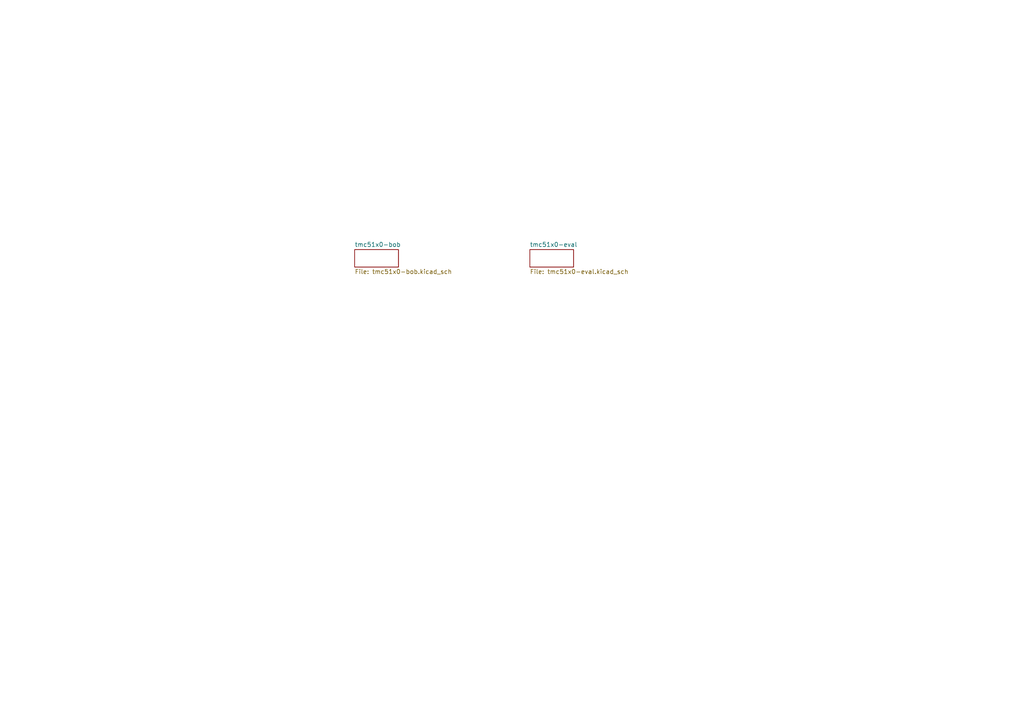
<source format=kicad_sch>
(kicad_sch (version 20230121) (generator eeschema)
  (paper "A4")
  (title_block (title "Trinamic Wiring") (date "2024-08-01") (rev "0.5") (company "Janelia Research Campus"))
  (lib_symbols)
  (sheet (at 153.67 72.39) (size 12.7 5.08) (stroke (width 0.1524))
    (property "Sheetname" "tmc51x0-eval" (at 153.67 71.6784 0) (effects (justify left bottom)))
    (property "Sheetfile" "tmc51x0-eval.kicad_sch" (at 153.67 78.0546 0) (effects (justify left top)))
  )
  (sheet (at 102.87 72.39) (size 12.7 5.08) (stroke (width 0.1524))
    (property "Sheetname" "tmc51x0-bob" (at 102.87 71.6784 0) (effects (justify left bottom)))
    (property "Sheetfile" "tmc51x0-bob.kicad_sch" (at 102.87 78.0546 0) (effects (justify left top)))
  )
)
</source>
